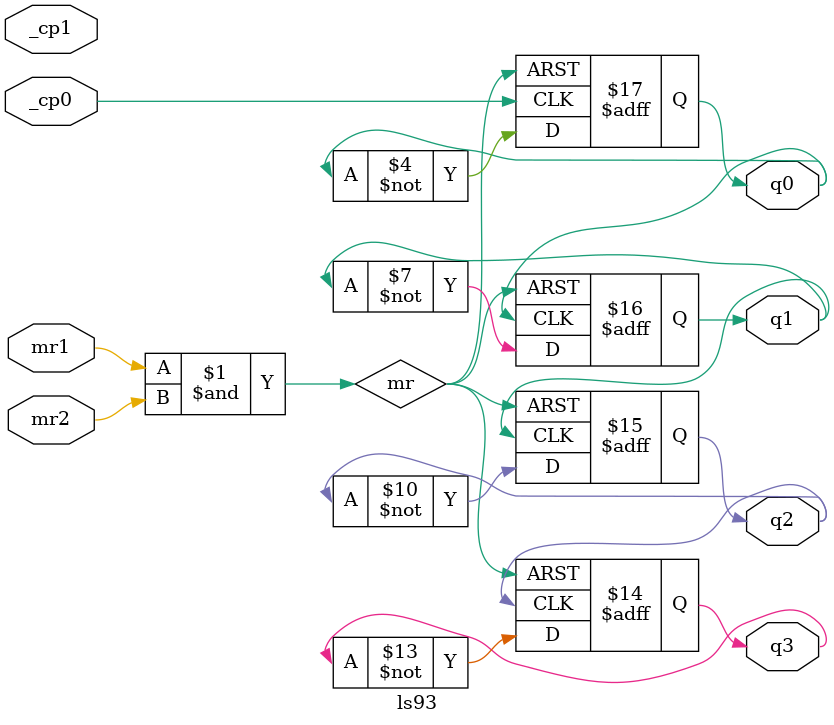
<source format=v>
/*
  MIT License

  Copyright (c) 2019 Richard Eng

  Permission is hereby granted, free of charge, to any person obtaining a copy
  of this software and associated documentation files (the "Software"), to deal
  in the Software without restriction, including without limitation the rights
  to use, copy, modify, merge, publish, distribute, sublicense, and/or sell
  copies of the Software, and to permit persons to whom the Software is
  furnished to do so, subject to the following conditions:

  The above copyright notice and this permission notice shall be included in all
  copies or substantial portions of the Software.

  THE SOFTWARE IS PROVIDED "AS IS", WITHOUT WARRANTY OF ANY KIND, EXPRESS OR
  IMPLIED, INCLUDING BUT NOT LIMITED TO THE WARRANTIES OF MERCHANTABILITY,
  FITNESS FOR A PARTICULAR PURPOSE AND NONINFRINGEMENT. IN NO EVENT SHALL THE
  AUTHORS OR COPYRIGHT HOLDERS BE LIABLE FOR ANY CLAIM, DAMAGES OR OTHER
  LIABILITY, WHETHER IN AN ACTION OF CONTRACT, TORT OR OTHERWISE, ARISING FROM,
  OUT OF OR IN CONNECTION WITH THE SOFTWARE OR THE USE OR OTHER DEALINGS IN THE
  SOFTWARE.
*/

/*
  74LS93
  ------
  4-Bit Ripple Counter
  
  Pinout
  ------
          _______
         |       |
   _cp1 -| 1  14 |- _cp0
    mr1 -| 2  13 |- NC
    mr2 -| 3  12 |- q0
     NC -| 4  11 |- q3
    VCC -| 5  10 |- GND
     NC -| 6   9 |- q1
     NC -| 7   8 |- q2
         |_______|
*/
`default_nettype none

module ls93
(
    input wire  _cp0, /* verilator lint_off UNUSED */ _cp1 /* verilator lint_on UNUSED */, mr1, mr2,
    output reg  q0, q1, q2, q3
);

wire mr;
assign mr = (mr1 & mr2);

always @(negedge _cp0 or posedge mr) begin
    if (mr == 1'b1) begin
        q0 <= 1'b0;
    end else begin
        q0 <= ~q0;
    end
end

always @(negedge q0 or posedge mr) begin
    if (mr == 1'b1) begin
        q1 <= 1'b0;
    end else begin
        q1 <= ~q1;
    end
end

always @(negedge q1 or posedge mr) begin
    if (mr == 1'b1) begin
        q2 <= 1'b0;
    end else begin
        q2 <= ~q2;
    end
end

always @(negedge q2 or posedge mr) begin
    if (mr == 1'b1) begin
        q3 <= 1'b0;
    end else begin
        q3 <= ~q3;
    end
end

endmodule
`default_nettype wire

</source>
